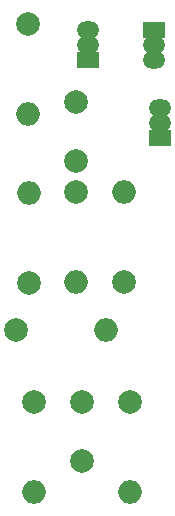
<source format=gbr>
G04 #@! TF.GenerationSoftware,KiCad,Pcbnew,(2017-12-21 revision 23d71cfa9)-makepkg*
G04 #@! TF.CreationDate,2018-08-18T11:58:49-04:00*
G04 #@! TF.ProjectId,OdysseyDaughterCardVertSyncGenerator,4F647973736579446175676874657243,0.2*
G04 #@! TF.SameCoordinates,Original*
G04 #@! TF.FileFunction,Soldermask,Top*
G04 #@! TF.FilePolarity,Negative*
%FSLAX46Y46*%
G04 Gerber Fmt 4.6, Leading zero omitted, Abs format (unit mm)*
G04 Created by KiCad (PCBNEW (2017-12-21 revision 23d71cfa9)-makepkg) date 08/18/18 11:58:49*
%MOMM*%
%LPD*%
G01*
G04 APERTURE LIST*
%ADD10O,1.900000X1.450000*%
%ADD11R,1.900000X1.450000*%
%ADD12C,2.000000*%
%ADD13O,2.000000X2.000000*%
G04 APERTURE END LIST*
D10*
X148844000Y-88646000D03*
X148844000Y-87376000D03*
D11*
X148844000Y-89916000D03*
D10*
X148336000Y-82042000D03*
X148336000Y-83312000D03*
D11*
X148336000Y-80772000D03*
X142748000Y-83312000D03*
D10*
X142748000Y-80772000D03*
X142748000Y-82042000D03*
D12*
X137668000Y-80264000D03*
D13*
X137668000Y-87884000D03*
X141732000Y-102108000D03*
D12*
X141732000Y-94488000D03*
D13*
X138176000Y-119888000D03*
D12*
X138176000Y-112268000D03*
X145796000Y-102108000D03*
D13*
X145796000Y-94488000D03*
D12*
X146304000Y-112268000D03*
D13*
X146304000Y-119888000D03*
D12*
X136652000Y-106172000D03*
D13*
X144272000Y-106172000D03*
X137795000Y-94615000D03*
D12*
X137795000Y-102235000D03*
X141732000Y-86868000D03*
X141732000Y-91868000D03*
X142240000Y-117268000D03*
X142240000Y-112268000D03*
M02*

</source>
